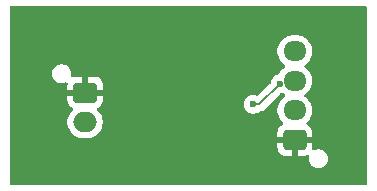
<source format=gbl>
G04 #@! TF.GenerationSoftware,KiCad,Pcbnew,9.0.4*
G04 #@! TF.CreationDate,2025-12-20T00:07:52-05:00*
G04 #@! TF.ProjectId,thermistor circuit,74686572-6d69-4737-946f-722063697263,rev?*
G04 #@! TF.SameCoordinates,Original*
G04 #@! TF.FileFunction,Copper,L2,Bot*
G04 #@! TF.FilePolarity,Positive*
%FSLAX46Y46*%
G04 Gerber Fmt 4.6, Leading zero omitted, Abs format (unit mm)*
G04 Created by KiCad (PCBNEW 9.0.4) date 2025-12-20 00:07:52*
%MOMM*%
%LPD*%
G01*
G04 APERTURE LIST*
G04 Aperture macros list*
%AMRoundRect*
0 Rectangle with rounded corners*
0 $1 Rounding radius*
0 $2 $3 $4 $5 $6 $7 $8 $9 X,Y pos of 4 corners*
0 Add a 4 corners polygon primitive as box body*
4,1,4,$2,$3,$4,$5,$6,$7,$8,$9,$2,$3,0*
0 Add four circle primitives for the rounded corners*
1,1,$1+$1,$2,$3*
1,1,$1+$1,$4,$5*
1,1,$1+$1,$6,$7*
1,1,$1+$1,$8,$9*
0 Add four rect primitives between the rounded corners*
20,1,$1+$1,$2,$3,$4,$5,0*
20,1,$1+$1,$4,$5,$6,$7,0*
20,1,$1+$1,$6,$7,$8,$9,0*
20,1,$1+$1,$8,$9,$2,$3,0*%
G04 Aperture macros list end*
G04 #@! TA.AperFunction,ComponentPad*
%ADD10RoundRect,0.250000X-0.750000X0.600000X-0.750000X-0.600000X0.750000X-0.600000X0.750000X0.600000X0*%
G04 #@! TD*
G04 #@! TA.AperFunction,ComponentPad*
%ADD11O,2.000000X1.700000*%
G04 #@! TD*
G04 #@! TA.AperFunction,ComponentPad*
%ADD12RoundRect,0.250000X0.725000X-0.600000X0.725000X0.600000X-0.725000X0.600000X-0.725000X-0.600000X0*%
G04 #@! TD*
G04 #@! TA.AperFunction,ComponentPad*
%ADD13O,1.950000X1.700000*%
G04 #@! TD*
G04 #@! TA.AperFunction,ViaPad*
%ADD14C,0.600000*%
G04 #@! TD*
G04 #@! TA.AperFunction,ViaPad*
%ADD15C,0.450000*%
G04 #@! TD*
G04 #@! TA.AperFunction,Conductor*
%ADD16C,0.200000*%
G04 #@! TD*
G04 APERTURE END LIST*
D10*
X181000000Y-83250000D03*
D11*
X181000000Y-85750000D03*
D12*
X198750000Y-87250000D03*
D13*
X198750000Y-84750000D03*
X198750000Y-82250000D03*
X198750000Y-79750000D03*
D14*
X195500000Y-82000000D03*
D15*
X196500000Y-88500000D03*
D14*
X195250000Y-84250000D03*
X197500000Y-82500000D03*
D15*
X188000000Y-88500000D03*
X191500000Y-78000000D03*
X202500000Y-88500000D03*
X191500000Y-88500000D03*
X179500000Y-78000000D03*
X195500000Y-86500000D03*
X185150000Y-82650000D03*
X185000000Y-84500000D03*
X179500000Y-88500000D03*
X184000000Y-78000000D03*
X188000000Y-78000000D03*
X184000000Y-88500000D03*
X202500000Y-78000000D03*
X196500000Y-78000000D03*
D16*
X195750000Y-84250000D02*
X195250000Y-84250000D01*
X197500000Y-82500000D02*
X195750000Y-84250000D01*
G04 #@! TA.AperFunction,Conductor*
G36*
X204792539Y-75920185D02*
G01*
X204838294Y-75972989D01*
X204849500Y-76024500D01*
X204849500Y-90975500D01*
X204829815Y-91042539D01*
X204777011Y-91088294D01*
X204725500Y-91099500D01*
X174774500Y-91099500D01*
X174707461Y-91079815D01*
X174661706Y-91027011D01*
X174650500Y-90975500D01*
X174650500Y-81571153D01*
X178199500Y-81571153D01*
X178199500Y-81728846D01*
X178230261Y-81883489D01*
X178230264Y-81883501D01*
X178290602Y-82029172D01*
X178290609Y-82029185D01*
X178378210Y-82160288D01*
X178378213Y-82160292D01*
X178489707Y-82271786D01*
X178489711Y-82271789D01*
X178620814Y-82359390D01*
X178620827Y-82359397D01*
X178718387Y-82399807D01*
X178766503Y-82419737D01*
X178921153Y-82450499D01*
X178921156Y-82450500D01*
X178921158Y-82450500D01*
X179078844Y-82450500D01*
X179078845Y-82450499D01*
X179233497Y-82419737D01*
X179339086Y-82376000D01*
X179408553Y-82368532D01*
X179471033Y-82399807D01*
X179506685Y-82459896D01*
X179509895Y-82503165D01*
X179500000Y-82600013D01*
X179500000Y-83000000D01*
X180566988Y-83000000D01*
X180534075Y-83057007D01*
X180500000Y-83184174D01*
X180500000Y-83315826D01*
X180534075Y-83442993D01*
X180566988Y-83500000D01*
X179500001Y-83500000D01*
X179500001Y-83899986D01*
X179510494Y-84002697D01*
X179565641Y-84169119D01*
X179565643Y-84169124D01*
X179657684Y-84318345D01*
X179781654Y-84442315D01*
X179936484Y-84537815D01*
X179983208Y-84589763D01*
X179994431Y-84658726D01*
X179966587Y-84722808D01*
X179959069Y-84731035D01*
X179819889Y-84870215D01*
X179694951Y-85042179D01*
X179598444Y-85231585D01*
X179532753Y-85433760D01*
X179499500Y-85643713D01*
X179499500Y-85856286D01*
X179531397Y-86057680D01*
X179532754Y-86066243D01*
X179570253Y-86181654D01*
X179598444Y-86268414D01*
X179694951Y-86457820D01*
X179819890Y-86629786D01*
X179970213Y-86780109D01*
X180142179Y-86905048D01*
X180142181Y-86905049D01*
X180142184Y-86905051D01*
X180331588Y-87001557D01*
X180533757Y-87067246D01*
X180743713Y-87100500D01*
X180743714Y-87100500D01*
X181256286Y-87100500D01*
X181256287Y-87100500D01*
X181466243Y-87067246D01*
X181668412Y-87001557D01*
X181857816Y-86905051D01*
X181906191Y-86869905D01*
X182029786Y-86780109D01*
X182029788Y-86780106D01*
X182029792Y-86780104D01*
X182180104Y-86629792D01*
X182180106Y-86629788D01*
X182180109Y-86629786D01*
X182305048Y-86457820D01*
X182305047Y-86457820D01*
X182305051Y-86457816D01*
X182401557Y-86268412D01*
X182467246Y-86066243D01*
X182500500Y-85856287D01*
X182500500Y-85643713D01*
X182467246Y-85433757D01*
X182401557Y-85231588D01*
X182305051Y-85042184D01*
X182305049Y-85042181D01*
X182305048Y-85042179D01*
X182180109Y-84870213D01*
X182040931Y-84731035D01*
X182007446Y-84669712D01*
X182012430Y-84600020D01*
X182054302Y-84544087D01*
X182063516Y-84537815D01*
X182218343Y-84442317D01*
X182342315Y-84318345D01*
X182433104Y-84171153D01*
X194449500Y-84171153D01*
X194449500Y-84328846D01*
X194480261Y-84483489D01*
X194480264Y-84483501D01*
X194540602Y-84629172D01*
X194540609Y-84629185D01*
X194628210Y-84760288D01*
X194628213Y-84760292D01*
X194739707Y-84871786D01*
X194739711Y-84871789D01*
X194870814Y-84959390D01*
X194870827Y-84959397D01*
X195016498Y-85019735D01*
X195016503Y-85019737D01*
X195129326Y-85042179D01*
X195171153Y-85050499D01*
X195171156Y-85050500D01*
X195171158Y-85050500D01*
X195328844Y-85050500D01*
X195328845Y-85050499D01*
X195483497Y-85019737D01*
X195629179Y-84959394D01*
X195760289Y-84871789D01*
X195760288Y-84871789D01*
X195760873Y-84871399D01*
X195821124Y-84852532D01*
X195820997Y-84851562D01*
X195826568Y-84850828D01*
X195827550Y-84850521D01*
X195829002Y-84850507D01*
X195829054Y-84850501D01*
X195829057Y-84850501D01*
X195981785Y-84809577D01*
X196031904Y-84780639D01*
X196118716Y-84730520D01*
X196230520Y-84618716D01*
X196230520Y-84618714D01*
X196240728Y-84608507D01*
X196240729Y-84608504D01*
X197514664Y-83334571D01*
X197531257Y-83325510D01*
X197544868Y-83312378D01*
X197574363Y-83301973D01*
X197575985Y-83301088D01*
X197578152Y-83300637D01*
X197578841Y-83300500D01*
X197578842Y-83300500D01*
X197678292Y-83280718D01*
X197747883Y-83286945D01*
X197775368Y-83302017D01*
X197909793Y-83399682D01*
X197952459Y-83455012D01*
X197958438Y-83524625D01*
X197925833Y-83586420D01*
X197909793Y-83600318D01*
X197745214Y-83719890D01*
X197745209Y-83719894D01*
X197594890Y-83870213D01*
X197469951Y-84042179D01*
X197373444Y-84231585D01*
X197307753Y-84433760D01*
X197274500Y-84643713D01*
X197274500Y-84856286D01*
X197307753Y-85066239D01*
X197373444Y-85268414D01*
X197469951Y-85457820D01*
X197594890Y-85629786D01*
X197734068Y-85768964D01*
X197767553Y-85830287D01*
X197762569Y-85899979D01*
X197720697Y-85955912D01*
X197711484Y-85962183D01*
X197556659Y-86057680D01*
X197556655Y-86057683D01*
X197432684Y-86181654D01*
X197340643Y-86330875D01*
X197340641Y-86330880D01*
X197285494Y-86497302D01*
X197285493Y-86497309D01*
X197275000Y-86600013D01*
X197275000Y-87000000D01*
X198345854Y-87000000D01*
X198307370Y-87066657D01*
X198275000Y-87187465D01*
X198275000Y-87312535D01*
X198307370Y-87433343D01*
X198345854Y-87500000D01*
X197275001Y-87500000D01*
X197275001Y-87899986D01*
X197285494Y-88002697D01*
X197340641Y-88169119D01*
X197340643Y-88169124D01*
X197432684Y-88318345D01*
X197556654Y-88442315D01*
X197705875Y-88534356D01*
X197705880Y-88534358D01*
X197872302Y-88589505D01*
X197872309Y-88589506D01*
X197975019Y-88599999D01*
X198499999Y-88599999D01*
X198500000Y-88599998D01*
X198500000Y-87654145D01*
X198566657Y-87692630D01*
X198687465Y-87725000D01*
X198812535Y-87725000D01*
X198933343Y-87692630D01*
X199000000Y-87654145D01*
X199000000Y-88599999D01*
X199524972Y-88599999D01*
X199524986Y-88599998D01*
X199627697Y-88589505D01*
X199794120Y-88534358D01*
X199795540Y-88533696D01*
X199796608Y-88533533D01*
X199800977Y-88532086D01*
X199801224Y-88532832D01*
X199864617Y-88523200D01*
X199928403Y-88551716D01*
X199966645Y-88610191D01*
X199969568Y-88670266D01*
X199949500Y-88771153D01*
X199949500Y-88928846D01*
X199980261Y-89083489D01*
X199980264Y-89083501D01*
X200040602Y-89229172D01*
X200040609Y-89229185D01*
X200128210Y-89360288D01*
X200128213Y-89360292D01*
X200239707Y-89471786D01*
X200239711Y-89471789D01*
X200370814Y-89559390D01*
X200370827Y-89559397D01*
X200516498Y-89619735D01*
X200516503Y-89619737D01*
X200671153Y-89650499D01*
X200671156Y-89650500D01*
X200671158Y-89650500D01*
X200828844Y-89650500D01*
X200828845Y-89650499D01*
X200983497Y-89619737D01*
X201129179Y-89559394D01*
X201260289Y-89471789D01*
X201371789Y-89360289D01*
X201459394Y-89229179D01*
X201519737Y-89083497D01*
X201550500Y-88928842D01*
X201550500Y-88771158D01*
X201550500Y-88771155D01*
X201550499Y-88771153D01*
X201519738Y-88616510D01*
X201519737Y-88616503D01*
X201512901Y-88599999D01*
X201459397Y-88470827D01*
X201459390Y-88470814D01*
X201371789Y-88339711D01*
X201371786Y-88339707D01*
X201260292Y-88228213D01*
X201260288Y-88228210D01*
X201129185Y-88140609D01*
X201129172Y-88140602D01*
X200983501Y-88080264D01*
X200983489Y-88080261D01*
X200828845Y-88049500D01*
X200828842Y-88049500D01*
X200671158Y-88049500D01*
X200671155Y-88049500D01*
X200516510Y-88080261D01*
X200516503Y-88080263D01*
X200384809Y-88134811D01*
X200315340Y-88142279D01*
X200252861Y-88111003D01*
X200217209Y-88050914D01*
X200214000Y-88007646D01*
X200224999Y-87899986D01*
X200225000Y-87899973D01*
X200225000Y-87500000D01*
X199154146Y-87500000D01*
X199192630Y-87433343D01*
X199225000Y-87312535D01*
X199225000Y-87187465D01*
X199192630Y-87066657D01*
X199154146Y-87000000D01*
X200224999Y-87000000D01*
X200224999Y-86600028D01*
X200224998Y-86600013D01*
X200214505Y-86497302D01*
X200159358Y-86330880D01*
X200159356Y-86330875D01*
X200067315Y-86181654D01*
X199943345Y-86057684D01*
X199788515Y-85962184D01*
X199741791Y-85910236D01*
X199730568Y-85841273D01*
X199758412Y-85777191D01*
X199765909Y-85768986D01*
X199905104Y-85629792D01*
X200030051Y-85457816D01*
X200126557Y-85268412D01*
X200192246Y-85066243D01*
X200225500Y-84856287D01*
X200225500Y-84643713D01*
X200192246Y-84433757D01*
X200126557Y-84231588D01*
X200030051Y-84042184D01*
X200030049Y-84042181D01*
X200030048Y-84042179D01*
X199905109Y-83870213D01*
X199754792Y-83719896D01*
X199749326Y-83715925D01*
X199590204Y-83600316D01*
X199547540Y-83544989D01*
X199541561Y-83475376D01*
X199574166Y-83413580D01*
X199590199Y-83399686D01*
X199754792Y-83280104D01*
X199905104Y-83129792D01*
X199905106Y-83129788D01*
X199905109Y-83129786D01*
X200030048Y-82957820D01*
X200030047Y-82957820D01*
X200030051Y-82957816D01*
X200126557Y-82768412D01*
X200192246Y-82566243D01*
X200225500Y-82356287D01*
X200225500Y-82143713D01*
X200192246Y-81933757D01*
X200126557Y-81731588D01*
X200030051Y-81542184D01*
X200030049Y-81542181D01*
X200030048Y-81542179D01*
X199905109Y-81370213D01*
X199754792Y-81219896D01*
X199754784Y-81219890D01*
X199590204Y-81100316D01*
X199547540Y-81044989D01*
X199541561Y-80975376D01*
X199574166Y-80913580D01*
X199590199Y-80899686D01*
X199754792Y-80780104D01*
X199905104Y-80629792D01*
X199905106Y-80629788D01*
X199905109Y-80629786D01*
X200030048Y-80457820D01*
X200030047Y-80457820D01*
X200030051Y-80457816D01*
X200126557Y-80268412D01*
X200192246Y-80066243D01*
X200225500Y-79856287D01*
X200225500Y-79643713D01*
X200192246Y-79433757D01*
X200126557Y-79231588D01*
X200030051Y-79042184D01*
X200030049Y-79042181D01*
X200030048Y-79042179D01*
X199905109Y-78870213D01*
X199754786Y-78719890D01*
X199582820Y-78594951D01*
X199393414Y-78498444D01*
X199393413Y-78498443D01*
X199393412Y-78498443D01*
X199191243Y-78432754D01*
X199191241Y-78432753D01*
X199191240Y-78432753D01*
X199029957Y-78407208D01*
X198981287Y-78399500D01*
X198518713Y-78399500D01*
X198470042Y-78407208D01*
X198308760Y-78432753D01*
X198106585Y-78498444D01*
X197917179Y-78594951D01*
X197745213Y-78719890D01*
X197594890Y-78870213D01*
X197469951Y-79042179D01*
X197373444Y-79231585D01*
X197307753Y-79433760D01*
X197274500Y-79643713D01*
X197274500Y-79856286D01*
X197307753Y-80066239D01*
X197373444Y-80268414D01*
X197469951Y-80457820D01*
X197594890Y-80629786D01*
X197745209Y-80780105D01*
X197745214Y-80780109D01*
X197909793Y-80899682D01*
X197952459Y-80955011D01*
X197958438Y-81024625D01*
X197925833Y-81086420D01*
X197909793Y-81100318D01*
X197745214Y-81219890D01*
X197745209Y-81219894D01*
X197594890Y-81370213D01*
X197469949Y-81542182D01*
X197413558Y-81652854D01*
X197365583Y-81703649D01*
X197327267Y-81718175D01*
X197266507Y-81730261D01*
X197266498Y-81730264D01*
X197120827Y-81790602D01*
X197120814Y-81790609D01*
X196989711Y-81878210D01*
X196989707Y-81878213D01*
X196878213Y-81989707D01*
X196878210Y-81989711D01*
X196790609Y-82120814D01*
X196790602Y-82120827D01*
X196730264Y-82266498D01*
X196730261Y-82266508D01*
X196699362Y-82421848D01*
X196666977Y-82483759D01*
X196665426Y-82485337D01*
X195674315Y-83476448D01*
X195612992Y-83509933D01*
X195543300Y-83504949D01*
X195539182Y-83503328D01*
X195483501Y-83480264D01*
X195483489Y-83480261D01*
X195328845Y-83449500D01*
X195328842Y-83449500D01*
X195171158Y-83449500D01*
X195171155Y-83449500D01*
X195016510Y-83480261D01*
X195016498Y-83480264D01*
X194870827Y-83540602D01*
X194870814Y-83540609D01*
X194739711Y-83628210D01*
X194739707Y-83628213D01*
X194628213Y-83739707D01*
X194628210Y-83739711D01*
X194540609Y-83870814D01*
X194540602Y-83870827D01*
X194480264Y-84016498D01*
X194480261Y-84016510D01*
X194449500Y-84171153D01*
X182433104Y-84171153D01*
X182434356Y-84169124D01*
X182434359Y-84169117D01*
X182448626Y-84126063D01*
X182448626Y-84126062D01*
X182489505Y-84002697D01*
X182489506Y-84002690D01*
X182499999Y-83899986D01*
X182500000Y-83899973D01*
X182500000Y-83500000D01*
X181433012Y-83500000D01*
X181465925Y-83442993D01*
X181500000Y-83315826D01*
X181500000Y-83184174D01*
X181465925Y-83057007D01*
X181433012Y-83000000D01*
X182499999Y-83000000D01*
X182499999Y-82600028D01*
X182499998Y-82600013D01*
X182489505Y-82497302D01*
X182434358Y-82330880D01*
X182434356Y-82330875D01*
X182342315Y-82181654D01*
X182218345Y-82057684D01*
X182069124Y-81965643D01*
X182069119Y-81965641D01*
X181902697Y-81910494D01*
X181902690Y-81910493D01*
X181799986Y-81900000D01*
X181250000Y-81900000D01*
X181250000Y-82816988D01*
X181192993Y-82784075D01*
X181065826Y-82750000D01*
X180934174Y-82750000D01*
X180807007Y-82784075D01*
X180750000Y-82816988D01*
X180750000Y-81900000D01*
X180200028Y-81900000D01*
X180200012Y-81900001D01*
X180097302Y-81910494D01*
X179943046Y-81961610D01*
X179873218Y-81964012D01*
X179813176Y-81928280D01*
X179781983Y-81865760D01*
X179782425Y-81819712D01*
X179800500Y-81728844D01*
X179800500Y-81571155D01*
X179800499Y-81571153D01*
X179769738Y-81416510D01*
X179769737Y-81416503D01*
X179750561Y-81370208D01*
X179709397Y-81270827D01*
X179709390Y-81270814D01*
X179621789Y-81139711D01*
X179621786Y-81139707D01*
X179510292Y-81028213D01*
X179510288Y-81028210D01*
X179379185Y-80940609D01*
X179379172Y-80940602D01*
X179233501Y-80880264D01*
X179233489Y-80880261D01*
X179078845Y-80849500D01*
X179078842Y-80849500D01*
X178921158Y-80849500D01*
X178921155Y-80849500D01*
X178766510Y-80880261D01*
X178766498Y-80880264D01*
X178620827Y-80940602D01*
X178620814Y-80940609D01*
X178489711Y-81028210D01*
X178489707Y-81028213D01*
X178378213Y-81139707D01*
X178378210Y-81139711D01*
X178290609Y-81270814D01*
X178290602Y-81270827D01*
X178230264Y-81416498D01*
X178230261Y-81416510D01*
X178199500Y-81571153D01*
X174650500Y-81571153D01*
X174650500Y-76024500D01*
X174670185Y-75957461D01*
X174722989Y-75911706D01*
X174774500Y-75900500D01*
X204725500Y-75900500D01*
X204792539Y-75920185D01*
G37*
G04 #@! TD.AperFunction*
M02*

</source>
